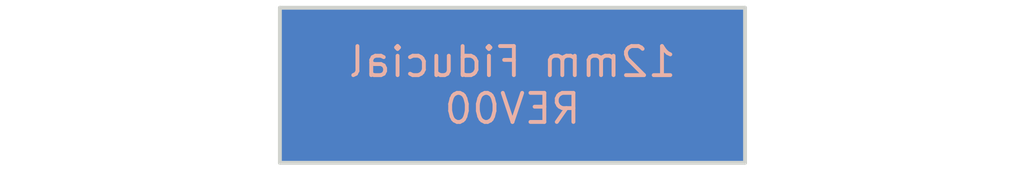
<source format=kicad_pcb>
(kicad_pcb (version 20221018) (generator pcbnew)
  (layers (0 "F.Cu" signal) (31 "B.Cu" signal) (34 "B.Paste" user) (35 "F.Paste" user) (36 "B.SilkS" user "B.Silkscreen") (37 "F.SilkS" user "F.Silkscreen") (38 "B.Mask" user) (39 "F.Mask" user) (44 "Edge.Cuts" user))
  (net 0 "")
  (footprint "Fiducial:Fiducial_1mm_Mask2mm" (layer "F.Cu") (at 6 -2)
    (fp_text reference "REF**" hide)
    (fp_text value "Fiducial_1mm_Mask2mm")
    (pad "" smd circle (at 0 0) (size 1 1) (layers "F.Cu" "F.Mask") (clearance 0.5))
  )
  (footprint "Fiducial:Fiducial_0.5mm_Mask1.5mm" (layer "F.Cu") (at 8.5 -2)
    (fp_text reference "REF**" hide)
    (fp_text value "Fiducial_0.5mm_Mask1.5mm")
    (pad "" smd circle (at 0 0) (size 0.5 0.5) (layers "F.Cu" "F.Mask") (clearance 0.5))
  )
  (footprint "Fiducial:Fiducial_0.5mm_Mask1.5mm" (layer "F.Cu") (at 3.5 -2)
    (fp_text reference "REF**" hide)
    (fp_text value "Fiducial_0.5mm_Mask1.5mm")
    (pad "" smd circle (at 0 0) (size 0.5 0.5) (layers "F.Cu" "F.Mask") (clearance 0.5))
  )
  (gr_line (start 0 0) (end 12 0) (stroke (width 0.1)) (layer "Edge.Cuts"))
  (gr_line (start 0 -4) (end 0 0) (stroke (width 0.1)) (layer "Edge.Cuts"))
  (gr_line (start 12 -4) (end 0 -4) (stroke (width 0.1)) (layer "Edge.Cuts"))
  (gr_line (start 12 0) (end 12 -4) (stroke (width 0.1)) (layer "Edge.Cuts"))
  (gr_text "12mm Fiducial\nREV00" (at 6 -2) (layer "B.SilkS") (effects (font (size 0.75 0.75) (thickness 0.1)) (justify mirror)))
  (zone (net 0) (net_name "") (layers "F&B.Cu") (connect_pads (clearance 0.2)) (min_thickness 0.25) (fill yes (thermal_gap 0.5) (thermal_bridge_width 0.5) (island_removal_mode 1) (island_area_min 10))
    (polygon (pts (xy -0.2 -4.2) (xy -0.2 0.2) (xy 12.2 0.2) (xy 12.2 -4.2)))
  )
)
</source>
